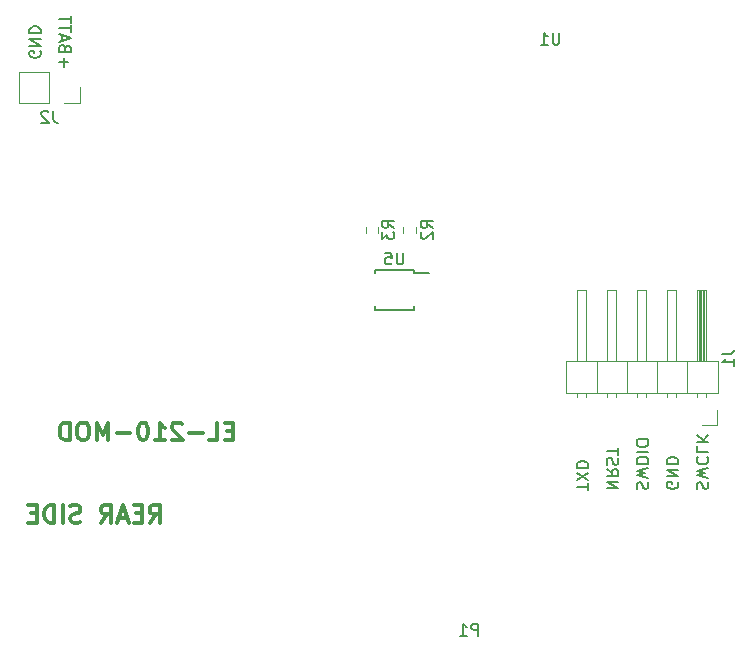
<source format=gbo>
%TF.GenerationSoftware,KiCad,Pcbnew,6.0.2+dfsg-1*%
%TF.CreationDate,2023-01-11T22:45:25+09:00*%
%TF.ProjectId,EL-210-MOD,454c2d32-3130-42d4-9d4f-442e6b696361,rev?*%
%TF.SameCoordinates,Original*%
%TF.FileFunction,Legend,Bot*%
%TF.FilePolarity,Positive*%
%FSLAX46Y46*%
G04 Gerber Fmt 4.6, Leading zero omitted, Abs format (unit mm)*
G04 Created by KiCad (PCBNEW 6.0.2+dfsg-1) date 2023-01-11 22:45:25*
%MOMM*%
%LPD*%
G01*
G04 APERTURE LIST*
%ADD10C,0.150000*%
%ADD11C,0.300000*%
%ADD12C,0.120000*%
G04 APERTURE END LIST*
D10*
X124008571Y-84191428D02*
X124008571Y-83429523D01*
X123627619Y-83810476D02*
X124389523Y-83810476D01*
X124151428Y-82620000D02*
X124103809Y-82477142D01*
X124056190Y-82429523D01*
X123960952Y-82381904D01*
X123818095Y-82381904D01*
X123722857Y-82429523D01*
X123675238Y-82477142D01*
X123627619Y-82572380D01*
X123627619Y-82953333D01*
X124627619Y-82953333D01*
X124627619Y-82620000D01*
X124580000Y-82524761D01*
X124532380Y-82477142D01*
X124437142Y-82429523D01*
X124341904Y-82429523D01*
X124246666Y-82477142D01*
X124199047Y-82524761D01*
X124151428Y-82620000D01*
X124151428Y-82953333D01*
X123913333Y-82000952D02*
X123913333Y-81524761D01*
X123627619Y-82096190D02*
X124627619Y-81762857D01*
X123627619Y-81429523D01*
X124627619Y-81239047D02*
X124627619Y-80667619D01*
X123627619Y-80953333D02*
X124627619Y-80953333D01*
X124627619Y-80477142D02*
X124627619Y-79905714D01*
X123627619Y-80191428D02*
X124627619Y-80191428D01*
X172570238Y-119932023D02*
X172522619Y-119789166D01*
X172522619Y-119551071D01*
X172570238Y-119455833D01*
X172617857Y-119408214D01*
X172713095Y-119360595D01*
X172808333Y-119360595D01*
X172903571Y-119408214D01*
X172951190Y-119455833D01*
X172998809Y-119551071D01*
X173046428Y-119741547D01*
X173094047Y-119836785D01*
X173141666Y-119884404D01*
X173236904Y-119932023D01*
X173332142Y-119932023D01*
X173427380Y-119884404D01*
X173475000Y-119836785D01*
X173522619Y-119741547D01*
X173522619Y-119503452D01*
X173475000Y-119360595D01*
X173522619Y-119027261D02*
X172522619Y-118789166D01*
X173236904Y-118598690D01*
X172522619Y-118408214D01*
X173522619Y-118170119D01*
X172522619Y-117789166D02*
X173522619Y-117789166D01*
X173522619Y-117551071D01*
X173475000Y-117408214D01*
X173379761Y-117312976D01*
X173284523Y-117265357D01*
X173094047Y-117217738D01*
X172951190Y-117217738D01*
X172760714Y-117265357D01*
X172665476Y-117312976D01*
X172570238Y-117408214D01*
X172522619Y-117551071D01*
X172522619Y-117789166D01*
X172522619Y-116789166D02*
X173522619Y-116789166D01*
X173522619Y-116122500D02*
X173522619Y-115932023D01*
X173475000Y-115836785D01*
X173379761Y-115741547D01*
X173189285Y-115693928D01*
X172855952Y-115693928D01*
X172665476Y-115741547D01*
X172570238Y-115836785D01*
X172522619Y-115932023D01*
X172522619Y-116122500D01*
X172570238Y-116217738D01*
X172665476Y-116312976D01*
X172855952Y-116360595D01*
X173189285Y-116360595D01*
X173379761Y-116312976D01*
X173475000Y-116217738D01*
X173522619Y-116122500D01*
X177650238Y-119932023D02*
X177602619Y-119789166D01*
X177602619Y-119551071D01*
X177650238Y-119455833D01*
X177697857Y-119408214D01*
X177793095Y-119360595D01*
X177888333Y-119360595D01*
X177983571Y-119408214D01*
X178031190Y-119455833D01*
X178078809Y-119551071D01*
X178126428Y-119741547D01*
X178174047Y-119836785D01*
X178221666Y-119884404D01*
X178316904Y-119932023D01*
X178412142Y-119932023D01*
X178507380Y-119884404D01*
X178555000Y-119836785D01*
X178602619Y-119741547D01*
X178602619Y-119503452D01*
X178555000Y-119360595D01*
X178602619Y-119027261D02*
X177602619Y-118789166D01*
X178316904Y-118598690D01*
X177602619Y-118408214D01*
X178602619Y-118170119D01*
X177697857Y-117217738D02*
X177650238Y-117265357D01*
X177602619Y-117408214D01*
X177602619Y-117503452D01*
X177650238Y-117646309D01*
X177745476Y-117741547D01*
X177840714Y-117789166D01*
X178031190Y-117836785D01*
X178174047Y-117836785D01*
X178364523Y-117789166D01*
X178459761Y-117741547D01*
X178555000Y-117646309D01*
X178602619Y-117503452D01*
X178602619Y-117408214D01*
X178555000Y-117265357D01*
X178507380Y-117217738D01*
X177602619Y-116312976D02*
X177602619Y-116789166D01*
X178602619Y-116789166D01*
X177602619Y-115979642D02*
X178602619Y-115979642D01*
X177602619Y-115408214D02*
X178174047Y-115836785D01*
X178602619Y-115408214D02*
X178031190Y-115979642D01*
X169982619Y-119884404D02*
X170982619Y-119884404D01*
X169982619Y-119312976D01*
X170982619Y-119312976D01*
X169982619Y-118265357D02*
X170458809Y-118598690D01*
X169982619Y-118836785D02*
X170982619Y-118836785D01*
X170982619Y-118455833D01*
X170935000Y-118360595D01*
X170887380Y-118312976D01*
X170792142Y-118265357D01*
X170649285Y-118265357D01*
X170554047Y-118312976D01*
X170506428Y-118360595D01*
X170458809Y-118455833D01*
X170458809Y-118836785D01*
X170030238Y-117884404D02*
X169982619Y-117741547D01*
X169982619Y-117503452D01*
X170030238Y-117408214D01*
X170077857Y-117360595D01*
X170173095Y-117312976D01*
X170268333Y-117312976D01*
X170363571Y-117360595D01*
X170411190Y-117408214D01*
X170458809Y-117503452D01*
X170506428Y-117693928D01*
X170554047Y-117789166D01*
X170601666Y-117836785D01*
X170696904Y-117884404D01*
X170792142Y-117884404D01*
X170887380Y-117836785D01*
X170935000Y-117789166D01*
X170982619Y-117693928D01*
X170982619Y-117455833D01*
X170935000Y-117312976D01*
X170982619Y-117027261D02*
X170982619Y-116455833D01*
X169982619Y-116741547D02*
X170982619Y-116741547D01*
X176015000Y-119360595D02*
X176062619Y-119455833D01*
X176062619Y-119598690D01*
X176015000Y-119741547D01*
X175919761Y-119836785D01*
X175824523Y-119884404D01*
X175634047Y-119932023D01*
X175491190Y-119932023D01*
X175300714Y-119884404D01*
X175205476Y-119836785D01*
X175110238Y-119741547D01*
X175062619Y-119598690D01*
X175062619Y-119503452D01*
X175110238Y-119360595D01*
X175157857Y-119312976D01*
X175491190Y-119312976D01*
X175491190Y-119503452D01*
X175062619Y-118884404D02*
X176062619Y-118884404D01*
X175062619Y-118312976D01*
X176062619Y-118312976D01*
X175062619Y-117836785D02*
X176062619Y-117836785D01*
X176062619Y-117598690D01*
X176015000Y-117455833D01*
X175919761Y-117360595D01*
X175824523Y-117312976D01*
X175634047Y-117265357D01*
X175491190Y-117265357D01*
X175300714Y-117312976D01*
X175205476Y-117360595D01*
X175110238Y-117455833D01*
X175062619Y-117598690D01*
X175062619Y-117836785D01*
X168442619Y-120027261D02*
X168442619Y-119455833D01*
X167442619Y-119741547D02*
X168442619Y-119741547D01*
X168442619Y-119217738D02*
X167442619Y-118551071D01*
X168442619Y-118551071D02*
X167442619Y-119217738D01*
X167442619Y-118170119D02*
X168442619Y-118170119D01*
X168442619Y-117932023D01*
X168395000Y-117789166D01*
X168299761Y-117693928D01*
X168204523Y-117646309D01*
X168014047Y-117598690D01*
X167871190Y-117598690D01*
X167680714Y-117646309D01*
X167585476Y-117693928D01*
X167490238Y-117789166D01*
X167442619Y-117932023D01*
X167442619Y-118170119D01*
D11*
X138386428Y-115032857D02*
X137886428Y-115032857D01*
X137672142Y-115818571D02*
X138386428Y-115818571D01*
X138386428Y-114318571D01*
X137672142Y-114318571D01*
X136315000Y-115818571D02*
X137029285Y-115818571D01*
X137029285Y-114318571D01*
X135815000Y-115247142D02*
X134672142Y-115247142D01*
X134029285Y-114461428D02*
X133957857Y-114390000D01*
X133815000Y-114318571D01*
X133457857Y-114318571D01*
X133315000Y-114390000D01*
X133243571Y-114461428D01*
X133172142Y-114604285D01*
X133172142Y-114747142D01*
X133243571Y-114961428D01*
X134100714Y-115818571D01*
X133172142Y-115818571D01*
X131743571Y-115818571D02*
X132600714Y-115818571D01*
X132172142Y-115818571D02*
X132172142Y-114318571D01*
X132315000Y-114532857D01*
X132457857Y-114675714D01*
X132600714Y-114747142D01*
X130815000Y-114318571D02*
X130672142Y-114318571D01*
X130529285Y-114390000D01*
X130457857Y-114461428D01*
X130386428Y-114604285D01*
X130315000Y-114890000D01*
X130315000Y-115247142D01*
X130386428Y-115532857D01*
X130457857Y-115675714D01*
X130529285Y-115747142D01*
X130672142Y-115818571D01*
X130815000Y-115818571D01*
X130957857Y-115747142D01*
X131029285Y-115675714D01*
X131100714Y-115532857D01*
X131172142Y-115247142D01*
X131172142Y-114890000D01*
X131100714Y-114604285D01*
X131029285Y-114461428D01*
X130957857Y-114390000D01*
X130815000Y-114318571D01*
X129672142Y-115247142D02*
X128529285Y-115247142D01*
X127815000Y-115818571D02*
X127815000Y-114318571D01*
X127315000Y-115390000D01*
X126815000Y-114318571D01*
X126815000Y-115818571D01*
X125815000Y-114318571D02*
X125529285Y-114318571D01*
X125386428Y-114390000D01*
X125243571Y-114532857D01*
X125172142Y-114818571D01*
X125172142Y-115318571D01*
X125243571Y-115604285D01*
X125386428Y-115747142D01*
X125529285Y-115818571D01*
X125815000Y-115818571D01*
X125957857Y-115747142D01*
X126100714Y-115604285D01*
X126172142Y-115318571D01*
X126172142Y-114818571D01*
X126100714Y-114532857D01*
X125957857Y-114390000D01*
X125815000Y-114318571D01*
X124529285Y-115818571D02*
X124529285Y-114318571D01*
X124172142Y-114318571D01*
X123957857Y-114390000D01*
X123815000Y-114532857D01*
X123743571Y-114675714D01*
X123672142Y-114961428D01*
X123672142Y-115175714D01*
X123743571Y-115461428D01*
X123815000Y-115604285D01*
X123957857Y-115747142D01*
X124172142Y-115818571D01*
X124529285Y-115818571D01*
D10*
X122040000Y-82881904D02*
X122087619Y-82977142D01*
X122087619Y-83120000D01*
X122040000Y-83262857D01*
X121944761Y-83358095D01*
X121849523Y-83405714D01*
X121659047Y-83453333D01*
X121516190Y-83453333D01*
X121325714Y-83405714D01*
X121230476Y-83358095D01*
X121135238Y-83262857D01*
X121087619Y-83120000D01*
X121087619Y-83024761D01*
X121135238Y-82881904D01*
X121182857Y-82834285D01*
X121516190Y-82834285D01*
X121516190Y-83024761D01*
X121087619Y-82405714D02*
X122087619Y-82405714D01*
X121087619Y-81834285D01*
X122087619Y-81834285D01*
X121087619Y-81358095D02*
X122087619Y-81358095D01*
X122087619Y-81120000D01*
X122040000Y-80977142D01*
X121944761Y-80881904D01*
X121849523Y-80834285D01*
X121659047Y-80786666D01*
X121516190Y-80786666D01*
X121325714Y-80834285D01*
X121230476Y-80881904D01*
X121135238Y-80977142D01*
X121087619Y-81120000D01*
X121087619Y-81358095D01*
D11*
X131298571Y-122803571D02*
X131798571Y-122089285D01*
X132155714Y-122803571D02*
X132155714Y-121303571D01*
X131584285Y-121303571D01*
X131441428Y-121375000D01*
X131370000Y-121446428D01*
X131298571Y-121589285D01*
X131298571Y-121803571D01*
X131370000Y-121946428D01*
X131441428Y-122017857D01*
X131584285Y-122089285D01*
X132155714Y-122089285D01*
X130655714Y-122017857D02*
X130155714Y-122017857D01*
X129941428Y-122803571D02*
X130655714Y-122803571D01*
X130655714Y-121303571D01*
X129941428Y-121303571D01*
X129370000Y-122375000D02*
X128655714Y-122375000D01*
X129512857Y-122803571D02*
X129012857Y-121303571D01*
X128512857Y-122803571D01*
X127155714Y-122803571D02*
X127655714Y-122089285D01*
X128012857Y-122803571D02*
X128012857Y-121303571D01*
X127441428Y-121303571D01*
X127298571Y-121375000D01*
X127227142Y-121446428D01*
X127155714Y-121589285D01*
X127155714Y-121803571D01*
X127227142Y-121946428D01*
X127298571Y-122017857D01*
X127441428Y-122089285D01*
X128012857Y-122089285D01*
X125441428Y-122732142D02*
X125227142Y-122803571D01*
X124870000Y-122803571D01*
X124727142Y-122732142D01*
X124655714Y-122660714D01*
X124584285Y-122517857D01*
X124584285Y-122375000D01*
X124655714Y-122232142D01*
X124727142Y-122160714D01*
X124870000Y-122089285D01*
X125155714Y-122017857D01*
X125298571Y-121946428D01*
X125370000Y-121875000D01*
X125441428Y-121732142D01*
X125441428Y-121589285D01*
X125370000Y-121446428D01*
X125298571Y-121375000D01*
X125155714Y-121303571D01*
X124798571Y-121303571D01*
X124584285Y-121375000D01*
X123941428Y-122803571D02*
X123941428Y-121303571D01*
X123227142Y-122803571D02*
X123227142Y-121303571D01*
X122870000Y-121303571D01*
X122655714Y-121375000D01*
X122512857Y-121517857D01*
X122441428Y-121660714D01*
X122370000Y-121946428D01*
X122370000Y-122160714D01*
X122441428Y-122446428D01*
X122512857Y-122589285D01*
X122655714Y-122732142D01*
X122870000Y-122803571D01*
X123227142Y-122803571D01*
X121727142Y-122017857D02*
X121227142Y-122017857D01*
X121012857Y-122803571D02*
X121727142Y-122803571D01*
X121727142Y-121303571D01*
X121012857Y-121303571D01*
D10*
%TO.C,P1*%
X159108095Y-132356380D02*
X159108095Y-131356380D01*
X158727142Y-131356380D01*
X158631904Y-131404000D01*
X158584285Y-131451619D01*
X158536666Y-131546857D01*
X158536666Y-131689714D01*
X158584285Y-131784952D01*
X158631904Y-131832571D01*
X158727142Y-131880190D01*
X159108095Y-131880190D01*
X157584285Y-132356380D02*
X158155714Y-132356380D01*
X157870000Y-132356380D02*
X157870000Y-131356380D01*
X157965238Y-131499238D01*
X158060476Y-131594476D01*
X158155714Y-131642095D01*
%TO.C,U1*%
X165989904Y-81318380D02*
X165989904Y-82127904D01*
X165942285Y-82223142D01*
X165894666Y-82270761D01*
X165799428Y-82318380D01*
X165608952Y-82318380D01*
X165513714Y-82270761D01*
X165466095Y-82223142D01*
X165418476Y-82127904D01*
X165418476Y-81318380D01*
X164418476Y-82318380D02*
X164989904Y-82318380D01*
X164704190Y-82318380D02*
X164704190Y-81318380D01*
X164799428Y-81461238D01*
X164894666Y-81556476D01*
X164989904Y-81604095D01*
%TO.C,J2*%
X123143333Y-87922380D02*
X123143333Y-88636666D01*
X123190952Y-88779523D01*
X123286190Y-88874761D01*
X123429047Y-88922380D01*
X123524285Y-88922380D01*
X122714761Y-88017619D02*
X122667142Y-87970000D01*
X122571904Y-87922380D01*
X122333809Y-87922380D01*
X122238571Y-87970000D01*
X122190952Y-88017619D01*
X122143333Y-88112857D01*
X122143333Y-88208095D01*
X122190952Y-88350952D01*
X122762380Y-88922380D01*
X122143333Y-88922380D01*
%TO.C,J1*%
X179777380Y-108516666D02*
X180491666Y-108516666D01*
X180634523Y-108469047D01*
X180729761Y-108373809D01*
X180777380Y-108230952D01*
X180777380Y-108135714D01*
X180777380Y-109516666D02*
X180777380Y-108945238D01*
X180777380Y-109230952D02*
X179777380Y-109230952D01*
X179920238Y-109135714D01*
X180015476Y-109040476D01*
X180063095Y-108945238D01*
%TO.C,U5*%
X152781904Y-99927380D02*
X152781904Y-100736904D01*
X152734285Y-100832142D01*
X152686666Y-100879761D01*
X152591428Y-100927380D01*
X152400952Y-100927380D01*
X152305714Y-100879761D01*
X152258095Y-100832142D01*
X152210476Y-100736904D01*
X152210476Y-99927380D01*
X151258095Y-99927380D02*
X151734285Y-99927380D01*
X151781904Y-100403571D01*
X151734285Y-100355952D01*
X151639047Y-100308333D01*
X151400952Y-100308333D01*
X151305714Y-100355952D01*
X151258095Y-100403571D01*
X151210476Y-100498809D01*
X151210476Y-100736904D01*
X151258095Y-100832142D01*
X151305714Y-100879761D01*
X151400952Y-100927380D01*
X151639047Y-100927380D01*
X151734285Y-100879761D01*
X151781904Y-100832142D01*
%TO.C,R2*%
X155266380Y-97828333D02*
X154790190Y-97495000D01*
X155266380Y-97256904D02*
X154266380Y-97256904D01*
X154266380Y-97637857D01*
X154314000Y-97733095D01*
X154361619Y-97780714D01*
X154456857Y-97828333D01*
X154599714Y-97828333D01*
X154694952Y-97780714D01*
X154742571Y-97733095D01*
X154790190Y-97637857D01*
X154790190Y-97256904D01*
X154361619Y-98209285D02*
X154314000Y-98256904D01*
X154266380Y-98352142D01*
X154266380Y-98590238D01*
X154314000Y-98685476D01*
X154361619Y-98733095D01*
X154456857Y-98780714D01*
X154552095Y-98780714D01*
X154694952Y-98733095D01*
X155266380Y-98161666D01*
X155266380Y-98780714D01*
%TO.C,R3*%
X151997380Y-97828333D02*
X151521190Y-97495000D01*
X151997380Y-97256904D02*
X150997380Y-97256904D01*
X150997380Y-97637857D01*
X151045000Y-97733095D01*
X151092619Y-97780714D01*
X151187857Y-97828333D01*
X151330714Y-97828333D01*
X151425952Y-97780714D01*
X151473571Y-97733095D01*
X151521190Y-97637857D01*
X151521190Y-97256904D01*
X150997380Y-98161666D02*
X150997380Y-98780714D01*
X151378333Y-98447380D01*
X151378333Y-98590238D01*
X151425952Y-98685476D01*
X151473571Y-98733095D01*
X151568809Y-98780714D01*
X151806904Y-98780714D01*
X151902142Y-98733095D01*
X151949761Y-98685476D01*
X151997380Y-98590238D01*
X151997380Y-98304523D01*
X151949761Y-98209285D01*
X151902142Y-98161666D01*
D12*
%TO.C,J2*%
X120210000Y-87260000D02*
X120210000Y-84600000D01*
X124080000Y-87260000D02*
X125410000Y-87260000D01*
X125410000Y-87260000D02*
X125410000Y-85930000D01*
X122810000Y-87260000D02*
X120210000Y-87260000D01*
X122810000Y-84600000D02*
X120210000Y-84600000D01*
X122810000Y-87260000D02*
X122810000Y-84600000D01*
%TO.C,J1*%
X177675000Y-103135000D02*
X177675000Y-109135000D01*
X166565000Y-111795000D02*
X166565000Y-109135000D01*
X178015000Y-109135000D02*
X178015000Y-103135000D01*
X170815000Y-103135000D02*
X170055000Y-103135000D01*
X170055000Y-112192071D02*
X170055000Y-111795000D01*
X170055000Y-103135000D02*
X170055000Y-109135000D01*
X175135000Y-112192071D02*
X175135000Y-111795000D01*
X171705000Y-111795000D02*
X171705000Y-109135000D01*
X178135000Y-109135000D02*
X178135000Y-103135000D01*
X168275000Y-109135000D02*
X168275000Y-103135000D01*
X170815000Y-112192071D02*
X170815000Y-111795000D01*
X167515000Y-112192071D02*
X167515000Y-111795000D01*
X173355000Y-109135000D02*
X173355000Y-103135000D01*
X178435000Y-109135000D02*
X178435000Y-103135000D01*
X179325000Y-114505000D02*
X179325000Y-113235000D01*
X175895000Y-109135000D02*
X175895000Y-103135000D01*
X178055000Y-114505000D02*
X179325000Y-114505000D01*
X175135000Y-103135000D02*
X175135000Y-109135000D01*
X179385000Y-111795000D02*
X166565000Y-111795000D01*
X175895000Y-112192071D02*
X175895000Y-111795000D01*
X177895000Y-109135000D02*
X177895000Y-103135000D01*
X178375000Y-109135000D02*
X178375000Y-103135000D01*
X173355000Y-112192071D02*
X173355000Y-111795000D01*
X173355000Y-103135000D02*
X172595000Y-103135000D01*
X172595000Y-112192071D02*
X172595000Y-111795000D01*
X178255000Y-109135000D02*
X178255000Y-103135000D01*
X179385000Y-109135000D02*
X179385000Y-111795000D01*
X170815000Y-109135000D02*
X170815000Y-103135000D01*
X172595000Y-103135000D02*
X172595000Y-109135000D01*
X167515000Y-103135000D02*
X167515000Y-109135000D01*
X174245000Y-111795000D02*
X174245000Y-109135000D01*
X169165000Y-111795000D02*
X169165000Y-109135000D01*
X168275000Y-103135000D02*
X167515000Y-103135000D01*
X177675000Y-112125000D02*
X177675000Y-111795000D01*
X176785000Y-111795000D02*
X176785000Y-109135000D01*
X178435000Y-103135000D02*
X177675000Y-103135000D01*
X178435000Y-112125000D02*
X178435000Y-111795000D01*
X166565000Y-109135000D02*
X179385000Y-109135000D01*
X168275000Y-112192071D02*
X168275000Y-111795000D01*
X177775000Y-109135000D02*
X177775000Y-103135000D01*
X175895000Y-103135000D02*
X175135000Y-103135000D01*
D10*
%TO.C,U5*%
X153695000Y-101400000D02*
X153695000Y-101625000D01*
X150345000Y-101400000D02*
X150345000Y-101700000D01*
X153695000Y-104750000D02*
X153695000Y-104450000D01*
X153695000Y-104750000D02*
X150345000Y-104750000D01*
X150345000Y-104750000D02*
X150345000Y-104450000D01*
X153695000Y-101625000D02*
X154920000Y-101625000D01*
X153695000Y-101400000D02*
X150345000Y-101400000D01*
D12*
%TO.C,R2*%
X152767500Y-97740276D02*
X152767500Y-98249724D01*
X153812500Y-97740276D02*
X153812500Y-98249724D01*
%TO.C,R3*%
X149592500Y-98249724D02*
X149592500Y-97740276D01*
X150637500Y-98249724D02*
X150637500Y-97740276D01*
%TD*%
M02*

</source>
